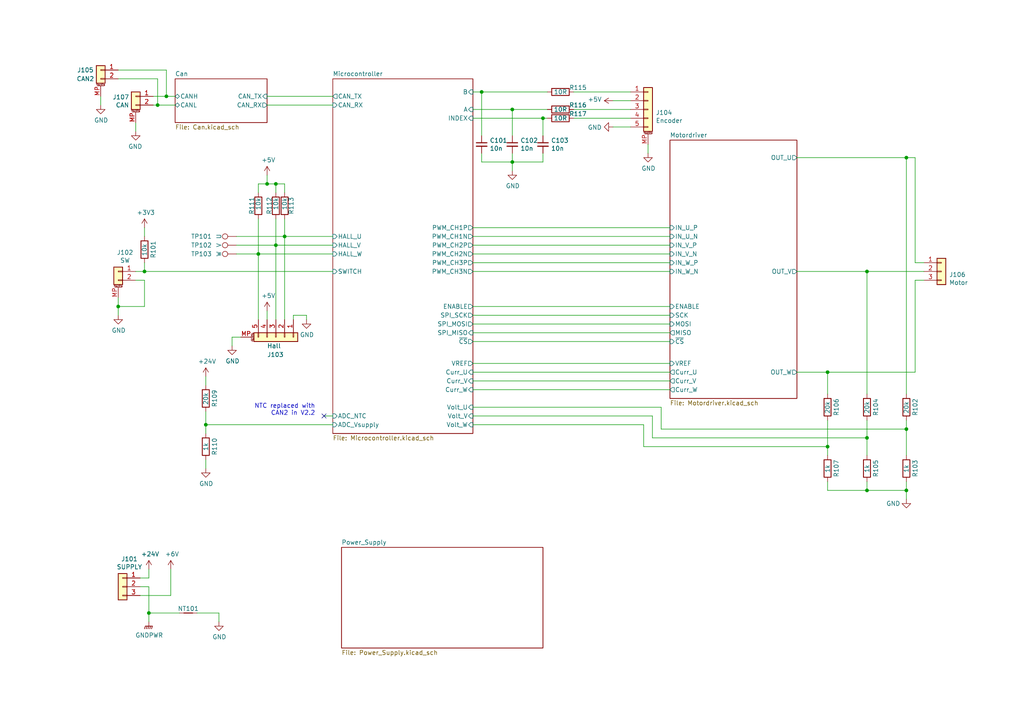
<source format=kicad_sch>
(kicad_sch (version 20230121) (generator eeschema)
  (paper "A4")
  (title_block (title "Micro-Motor V2.1") (date "2021-07-31") (rev "1") (company "Roboterclub Aachen e.V.") (comment 1 "Raphael Lehmann"))
  (lib_symbols
    (symbol "Connector:TestPoint" (pin_numbers hide) (pin_names (offset 0.762) hide)
      (property "Reference" "TP" (at 0 6.858 0))
      (property "Value" "TestPoint" (at 0 5.08 0))
      (symbol "TestPoint_0_1"
        (circle (center 0 3.302) (radius 0.762))
      )
      (symbol "TestPoint_1_1"
        (pin passive line (at 0 0 90) (length 2.54) (name "1") (number "1"))
      )
    )
    (symbol "Connector_Generic:Conn_01x03" (pin_names (offset 1.016) hide)
      (property "Reference" "J" (at 0 5.08 0))
      (property "Value" "Conn_01x03" (at 0 -5.08 0))
      (symbol "Conn_01x03_1_1"
        (rectangle (start -1.27 -2.413) (end 0 -2.667) (stroke (width 0.1524)))
        (rectangle (start -1.27 0.127) (end 0 -0.127) (stroke (width 0.1524)))
        (rectangle (start -1.27 2.667) (end 0 2.413) (stroke (width 0.1524)))
        (rectangle (start -1.27 3.81) (end 1.27 -3.81) (stroke (width 0.254)) (fill (type background)))
        (pin passive line (at -5.08 2.54 0) (length 3.81) (name "Pin_1") (number "1"))
        (pin passive line (at -5.08 0 0) (length 3.81) (name "Pin_2") (number "2"))
        (pin passive line (at -5.08 -2.54 0) (length 3.81) (name "Pin_3") (number "3"))
      )
    )
    (symbol "Connector_Generic_MountingPin:Conn_01x02_MountingPin" (pin_names (offset 1.016) hide)
      (property "Reference" "J" (at 0 2.54 0))
      (property "Value" "Conn_01x02_MountingPin" (at 1.27 -5.08 0))
      (symbol "Conn_01x02_MountingPin_1_1"
        (rectangle (start -1.27 -2.413) (end 0 -2.667) (stroke (width 0.1524)))
        (rectangle (start -1.27 0.127) (end 0 -0.127) (stroke (width 0.1524)))
        (rectangle (start -1.27 1.27) (end 1.27 -3.81) (stroke (width 0.254)) (fill (type background)))
        (polyline (pts (xy -1.016 -4.572) (xy 1.016 -4.572)) (stroke (width 0.1524)))
        (text "Mounting" (at 0 -4.191 0) (effects (font (size 0.381 0.381))))
        (pin passive line (at -5.08 0 0) (length 3.81) (name "Pin_1") (number "1"))
        (pin passive line (at -5.08 -2.54 0) (length 3.81) (name "Pin_2") (number "2"))
        (pin passive line (at 0 -7.62 90) (length 3.048) (name "MountPin") (number "MP"))
      )
    )
    (symbol "Connector_Generic_MountingPin:Conn_01x05_MountingPin" (pin_names (offset 1.016) hide)
      (property "Reference" "J" (at 0 7.62 0))
      (property "Value" "Conn_01x05_MountingPin" (at 1.27 -7.62 0))
      (symbol "Conn_01x05_MountingPin_1_1"
        (rectangle (start -1.27 -4.953) (end 0 -5.207) (stroke (width 0.1524)))
        (rectangle (start -1.27 -2.413) (end 0 -2.667) (stroke (width 0.1524)))
        (rectangle (start -1.27 0.127) (end 0 -0.127) (stroke (width 0.1524)))
        (rectangle (start -1.27 2.667) (end 0 2.413) (stroke (width 0.1524)))
        (rectangle (start -1.27 5.207) (end 0 4.953) (stroke (width 0.1524)))
        (rectangle (start -1.27 6.35) (end 1.27 -6.35) (stroke (width 0.254)) (fill (type background)))
        (polyline (pts (xy -1.016 -7.112) (xy 1.016 -7.112)) (stroke (width 0.1524)))
        (text "Mounting" (at 0 -6.731 0) (effects (font (size 0.381 0.381))))
        (pin passive line (at -5.08 5.08 0) (length 3.81) (name "Pin_1") (number "1"))
        (pin passive line (at -5.08 2.54 0) (length 3.81) (name "Pin_2") (number "2"))
        (pin passive line (at -5.08 0 0) (length 3.81) (name "Pin_3") (number "3"))
        (pin passive line (at -5.08 -2.54 0) (length 3.81) (name "Pin_4") (number "4"))
        (pin passive line (at -5.08 -5.08 0) (length 3.81) (name "Pin_5") (number "5"))
        (pin passive line (at 0 -10.16 90) (length 3.048) (name "MountPin") (number "MP"))
      )
    )
    (symbol "Device:C_Small" (pin_numbers hide) (pin_names (offset 0.254) hide)
      (property "Reference" "C" (at 0.254 1.778 0))
      (property "Value" "C_Small" (at 0.254 -2.032 0))
      (symbol "C_Small_0_1"
        (polyline (pts (xy -1.524 -0.508) (xy 1.524 -0.508)) (stroke (width 0.3302)))
        (polyline (pts (xy -1.524 0.508) (xy 1.524 0.508)) (stroke (width 0.3048)))
      )
      (symbol "C_Small_1_1"
        (pin passive line (at 0 2.54 270) (length 2.032) (name "~") (number "1"))
        (pin passive line (at 0 -2.54 90) (length 2.032) (name "~") (number "2"))
      )
    )
    (symbol "Device:NetTie_2" (pin_numbers hide) (pin_names (offset 0) hide) (in_bom no)
      (property "Reference" "NT" (at 0 1.27 0))
      (property "Value" "NetTie_2" (at 0 -1.27 0))
      (symbol "NetTie_2_0_1"
        (polyline (pts (xy -1.27 0) (xy 1.27 0)) (stroke (width 0.254)))
      )
      (symbol "NetTie_2_1_1"
        (pin passive line (at -2.54 0 0) (length 2.54) (name "1") (number "1"))
        (pin passive line (at 2.54 0 180) (length 2.54) (name "2") (number "2"))
      )
    )
    (symbol "Device:R" (pin_numbers hide) (pin_names (offset 0))
      (property "Reference" "R" (at 2.032 0 90))
      (property "Value" "R" (at 0 0 90))
      (symbol "R_0_1"
        (rectangle (start -1.016 -2.54) (end 1.016 2.54) (stroke (width 0.254)))
      )
      (symbol "R_1_1"
        (pin passive line (at 0 3.81 270) (length 1.27) (name "~") (number "1"))
        (pin passive line (at 0 -3.81 90) (length 1.27) (name "~") (number "2"))
      )
    )
    (symbol "power:+24V" (power) (pin_names (offset 0))
      (property "Value" "+24V" (at 0 3.556 0))
      (symbol "+24V_0_1"
        (polyline (pts (xy -0.762 1.27) (xy 0 2.54)))
        (polyline (pts (xy 0 0) (xy 0 2.54)))
        (polyline (pts (xy 0 2.54) (xy 0.762 1.27)))
      )
      (symbol "+24V_1_1"
        (pin power_in line (at 0 0 90) (length 0) hide (name "+24V") (number "1"))
      )
    )
    (symbol "power:+3V3" (power) (pin_names (offset 0))
      (property "Value" "+3V3" (at 0 3.556 0))
      (symbol "+3V3_0_1"
        (polyline (pts (xy -0.762 1.27) (xy 0 2.54)))
        (polyline (pts (xy 0 0) (xy 0 2.54)))
        (polyline (pts (xy 0 2.54) (xy 0.762 1.27)))
      )
      (symbol "+3V3_1_1"
        (pin power_in line (at 0 0 90) (length 0) hide (name "+3V3") (number "1"))
      )
    )
    (symbol "power:+5V" (power) (pin_names (offset 0))
      (property "Value" "+5V" (at 0 3.556 0))
      (symbol "+5V_0_1"
        (polyline (pts (xy -0.762 1.27) (xy 0 2.54)))
        (polyline (pts (xy 0 0) (xy 0 2.54)))
        (polyline (pts (xy 0 2.54) (xy 0.762 1.27)))
      )
      (symbol "+5V_1_1"
        (pin power_in line (at 0 0 90) (length 0) hide (name "+5V") (number "1"))
      )
    )
    (symbol "power:+6V" (power) (pin_names (offset 0))
      (property "Value" "+6V" (at 0 3.556 0))
      (symbol "+6V_0_1"
        (polyline (pts (xy -0.762 1.27) (xy 0 2.54)))
        (polyline (pts (xy 0 0) (xy 0 2.54)))
        (polyline (pts (xy 0 2.54) (xy 0.762 1.27)))
      )
      (symbol "+6V_1_1"
        (pin power_in line (at 0 0 90) (length 0) hide (name "+6V") (number "1"))
      )
    )
    (symbol "power:GND" (power) (pin_names (offset 0))
      (property "Value" "GND" (at 0 -3.81 0))
      (symbol "GND_0_1"
        (polyline (pts (xy 0 0) (xy 0 -1.27) (xy 1.27 -1.27) (xy 0 -2.54) (xy -1.27 -1.27) (xy 0 -1.27)))
      )
      (symbol "GND_1_1"
        (pin power_in line (at 0 0 270) (length 0) hide (name "GND") (number "1"))
      )
    )
    (symbol "power:GNDPWR" (power) (pin_names (offset 0))
      (property "Value" "GNDPWR" (at 0 -3.302 0))
      (symbol "GNDPWR_0_1"
        (polyline (pts (xy 0 -1.27) (xy 0 0)))
        (polyline (pts (xy -1.016 -1.27) (xy -1.27 -2.032) (xy -1.27 -2.032)) (stroke (width 0.2032)))
        (polyline (pts (xy -0.508 -1.27) (xy -0.762 -2.032) (xy -0.762 -2.032)) (stroke (width 0.2032)))
        (polyline (pts (xy 0 -1.27) (xy -0.254 -2.032) (xy -0.254 -2.032)) (stroke (width 0.2032)))
        (polyline (pts (xy 0.508 -1.27) (xy 0.254 -2.032) (xy 0.254 -2.032)) (stroke (width 0.2032)))
        (polyline (pts (xy 1.016 -1.27) (xy -1.016 -1.27) (xy -1.016 -1.27)) (stroke (width 0.2032)))
        (polyline (pts (xy 1.016 -1.27) (xy 0.762 -2.032) (xy 0.762 -2.032) (xy 0.762 -2.032)) (stroke (width 0.2032)))
      )
      (symbol "GNDPWR_1_1"
        (pin power_in line (at 0 0 270) (length 0) hide (name "GNDPWR") (number "1"))
      )
    )
  )
  (junction (at 41.91 78.74))
  (junction (at 82.55 68.58))
  (junction (at 148.59 46.99))
  (junction (at 74.93 73.66))
  (junction (at 240.03 107.95))
  (junction (at 251.46 78.74))
  (junction (at 77.47 53.34))
  (junction (at 251.46 142.24))
  (junction (at 262.89 45.72))
  (junction (at 262.89 142.24))
  (junction (at 48.26 27.94))
  (junction (at 43.18 177.8))
  (junction (at 45.72 30.48))
  (junction (at 240.03 129.54))
  (junction (at 80.01 53.34))
  (junction (at 80.01 71.12))
  (junction (at 139.7 26.67))
  (junction (at 262.89 124.46))
  (junction (at 148.59 31.75))
  (junction (at 157.48 34.29))
  (junction (at 251.46 127))
  (junction (at 59.69 123.19))
  (junction (at 34.29 88.9))
  (no_connect (at 93.98 120.65))
  (wire (pts (xy 63.5 177.8) (xy 63.5 180.34)))
  (wire (pts (xy 80.01 71.12) (xy 80.01 63.5)))
  (wire (pts (xy 194.31 113.03) (xy 137.16 113.03)))
  (wire (pts (xy 43.18 165.1) (xy 43.18 167.64)))
  (wire (pts (xy 68.58 68.58) (xy 82.55 68.58)))
  (wire (pts (xy 148.59 46.99) (xy 148.59 49.53)))
  (wire (pts (xy 77.47 53.34) (xy 80.01 53.34)))
  (wire (pts (xy 85.09 92.71) (xy 85.09 91.44)))
  (wire (pts (xy 191.77 124.46) (xy 262.89 124.46)))
  (wire (pts (xy 41.91 76.2) (xy 41.91 78.74)))
  (wire (pts (xy 82.55 53.34) (xy 82.55 55.88)))
  (wire (pts (xy 189.23 120.65) (xy 137.16 120.65)))
  (wire (pts (xy 74.93 63.5) (xy 74.93 73.66)))
  (wire (pts (xy 194.31 96.52) (xy 137.16 96.52)))
  (wire (pts (xy 59.69 135.89) (xy 59.69 133.35)))
  (wire (pts (xy 68.58 71.12) (xy 80.01 71.12)))
  (wire (pts (xy 240.03 107.95) (xy 231.14 107.95)))
  (wire (pts (xy 251.46 139.7) (xy 251.46 142.24)))
  (wire (pts (xy 41.91 88.9) (xy 41.91 81.28)))
  (wire (pts (xy 43.18 170.18) (xy 40.64 170.18)))
  (wire (pts (xy 186.69 129.54) (xy 240.03 129.54)))
  (wire (pts (xy 137.16 99.06) (xy 194.31 99.06)))
  (wire (pts (xy 189.23 127) (xy 189.23 120.65)))
  (wire (pts (xy 148.59 39.37) (xy 148.59 31.75)))
  (wire (pts (xy 43.18 177.8) (xy 52.07 177.8)))
  (wire (pts (xy 77.47 53.34) (xy 74.93 53.34)))
  (wire (pts (xy 137.16 88.9) (xy 194.31 88.9)))
  (wire (pts (xy 77.47 92.71) (xy 77.47 90.17)))
  (wire (pts (xy 82.55 68.58) (xy 82.55 92.71)))
  (wire (pts (xy 240.03 114.3) (xy 240.03 107.95)))
  (wire (pts (xy 137.16 31.75) (xy 148.59 31.75)))
  (wire (pts (xy 194.31 107.95) (xy 137.16 107.95)))
  (wire (pts (xy 137.16 66.04) (xy 194.31 66.04)))
  (wire (pts (xy 262.89 132.08) (xy 262.89 124.46)))
  (wire (pts (xy 29.21 27.94) (xy 29.21 30.48)))
  (wire (pts (xy 48.26 20.32) (xy 48.26 27.94)))
  (wire (pts (xy 34.29 88.9) (xy 41.91 88.9)))
  (wire (pts (xy 67.31 97.79) (xy 69.85 97.79)))
  (wire (pts (xy 137.16 71.12) (xy 194.31 71.12)))
  (wire (pts (xy 80.01 53.34) (xy 82.55 53.34)))
  (wire (pts (xy 44.45 30.48) (xy 45.72 30.48)))
  (wire (pts (xy 262.89 144.78) (xy 262.89 142.24)))
  (wire (pts (xy 137.16 123.19) (xy 186.69 123.19)))
  (wire (pts (xy 67.31 100.33) (xy 67.31 97.79)))
  (wire (pts (xy 57.15 177.8) (xy 63.5 177.8)))
  (wire (pts (xy 137.16 26.67) (xy 139.7 26.67)))
  (wire (pts (xy 139.7 46.99) (xy 148.59 46.99)))
  (wire (pts (xy 40.64 172.72) (xy 49.53 172.72)))
  (wire (pts (xy 137.16 34.29) (xy 157.48 34.29)))
  (wire (pts (xy 262.89 124.46) (xy 262.89 121.92)))
  (wire (pts (xy 166.37 34.29) (xy 182.88 34.29)))
  (wire (pts (xy 96.52 30.48) (xy 77.47 30.48)))
  (wire (pts (xy 157.48 34.29) (xy 158.75 34.29)))
  (wire (pts (xy 137.16 93.98) (xy 194.31 93.98)))
  (wire (pts (xy 267.97 81.28) (xy 265.43 81.28)))
  (wire (pts (xy 187.96 44.45) (xy 187.96 41.91)))
  (wire (pts (xy 265.43 81.28) (xy 265.43 107.95)))
  (wire (pts (xy 59.69 123.19) (xy 59.69 125.73)))
  (wire (pts (xy 148.59 44.45) (xy 148.59 46.99)))
  (wire (pts (xy 251.46 132.08) (xy 251.46 127)))
  (wire (pts (xy 166.37 26.67) (xy 182.88 26.67)))
  (wire (pts (xy 265.43 76.2) (xy 265.43 45.72)))
  (wire (pts (xy 80.01 92.71) (xy 80.01 71.12)))
  (wire (pts (xy 93.98 120.65) (xy 96.52 120.65)))
  (wire (pts (xy 166.37 31.75) (xy 182.88 31.75)))
  (wire (pts (xy 137.16 110.49) (xy 194.31 110.49)))
  (wire (pts (xy 262.89 114.3) (xy 262.89 45.72)))
  (wire (pts (xy 48.26 27.94) (xy 50.8 27.94)))
  (wire (pts (xy 77.47 50.8) (xy 77.47 53.34)))
  (wire (pts (xy 74.93 73.66) (xy 74.93 92.71)))
  (wire (pts (xy 41.91 78.74) (xy 96.52 78.74)))
  (wire (pts (xy 240.03 121.92) (xy 240.03 129.54)))
  (wire (pts (xy 49.53 172.72) (xy 49.53 165.1)))
  (wire (pts (xy 59.69 119.38) (xy 59.69 123.19)))
  (wire (pts (xy 194.31 68.58) (xy 137.16 68.58)))
  (wire (pts (xy 59.69 109.22) (xy 59.69 111.76)))
  (wire (pts (xy 45.72 22.86) (xy 45.72 30.48)))
  (wire (pts (xy 177.8 29.21) (xy 182.88 29.21)))
  (wire (pts (xy 157.48 39.37) (xy 157.48 34.29)))
  (wire (pts (xy 80.01 55.88) (xy 80.01 53.34)))
  (wire (pts (xy 68.58 73.66) (xy 74.93 73.66)))
  (wire (pts (xy 39.37 78.74) (xy 41.91 78.74)))
  (wire (pts (xy 148.59 31.75) (xy 158.75 31.75)))
  (wire (pts (xy 43.18 177.8) (xy 43.18 180.34)))
  (wire (pts (xy 82.55 68.58) (xy 96.52 68.58)))
  (wire (pts (xy 41.91 81.28) (xy 39.37 81.28)))
  (wire (pts (xy 262.89 45.72) (xy 231.14 45.72)))
  (wire (pts (xy 148.59 46.99) (xy 157.48 46.99)))
  (wire (pts (xy 251.46 127) (xy 251.46 121.92)))
  (wire (pts (xy 34.29 88.9) (xy 34.29 91.44)))
  (wire (pts (xy 194.31 73.66) (xy 137.16 73.66)))
  (wire (pts (xy 34.29 86.36) (xy 34.29 88.9)))
  (wire (pts (xy 137.16 118.11) (xy 191.77 118.11)))
  (wire (pts (xy 177.8 36.83) (xy 182.88 36.83)))
  (wire (pts (xy 82.55 63.5) (xy 82.55 68.58)))
  (wire (pts (xy 191.77 118.11) (xy 191.77 124.46)))
  (wire (pts (xy 251.46 127) (xy 189.23 127)))
  (wire (pts (xy 267.97 76.2) (xy 265.43 76.2)))
  (wire (pts (xy 96.52 123.19) (xy 59.69 123.19)))
  (wire (pts (xy 41.91 66.04) (xy 41.91 68.58)))
  (wire (pts (xy 77.47 27.94) (xy 96.52 27.94)))
  (wire (pts (xy 34.29 20.32) (xy 48.26 20.32)))
  (wire (pts (xy 251.46 114.3) (xy 251.46 78.74)))
  (wire (pts (xy 44.45 27.94) (xy 48.26 27.94)))
  (wire (pts (xy 137.16 105.41) (xy 194.31 105.41)))
  (wire (pts (xy 74.93 53.34) (xy 74.93 55.88)))
  (wire (pts (xy 88.9 91.44) (xy 88.9 92.71)))
  (wire (pts (xy 240.03 142.24) (xy 251.46 142.24)))
  (wire (pts (xy 251.46 142.24) (xy 262.89 142.24)))
  (wire (pts (xy 251.46 78.74) (xy 231.14 78.74)))
  (wire (pts (xy 39.37 38.1) (xy 39.37 35.56)))
  (wire (pts (xy 34.29 22.86) (xy 45.72 22.86)))
  (wire (pts (xy 262.89 142.24) (xy 262.89 139.7)))
  (wire (pts (xy 85.09 91.44) (xy 88.9 91.44)))
  (wire (pts (xy 43.18 170.18) (xy 43.18 177.8)))
  (wire (pts (xy 265.43 45.72) (xy 262.89 45.72)))
  (wire (pts (xy 194.31 91.44) (xy 137.16 91.44)))
  (wire (pts (xy 240.03 139.7) (xy 240.03 142.24)))
  (wire (pts (xy 43.18 167.64) (xy 40.64 167.64)))
  (wire (pts (xy 137.16 76.2) (xy 194.31 76.2)))
  (wire (pts (xy 139.7 39.37) (xy 139.7 26.67)))
  (wire (pts (xy 45.72 30.48) (xy 50.8 30.48)))
  (wire (pts (xy 251.46 78.74) (xy 267.97 78.74)))
  (wire (pts (xy 157.48 46.99) (xy 157.48 44.45)))
  (wire (pts (xy 240.03 129.54) (xy 240.03 132.08)))
  (wire (pts (xy 74.93 73.66) (xy 96.52 73.66)))
  (wire (pts (xy 139.7 44.45) (xy 139.7 46.99)))
  (wire (pts (xy 80.01 71.12) (xy 96.52 71.12)))
  (wire (pts (xy 265.43 107.95) (xy 240.03 107.95)))
  (wire (pts (xy 194.31 78.74) (xy 137.16 78.74)))
  (wire (pts (xy 186.69 123.19) (xy 186.69 129.54)))
  (wire (pts (xy 139.7 26.67) (xy 158.75 26.67)))
  (text "NTC replaced with\nCAN2 in V2.2" (at 91.44 120.65 0) (effects (font (size 1.27 1.27)) (justify right bottom)))
  (symbol (lib_id "power:GNDPWR") (at 43.18 180.34 0) (unit 1)
    (property "Reference" "#PWR0102" (effects hide))
    (property "Value" "GNDPWR" (at 43.2816 184.2516 0))
  )
  (symbol (lib_id "power:GND") (at 63.5 180.34 0) (unit 1)
    (property "Reference" "#PWR0120" (effects hide))
    (property "Value" "GND" (at 63.627 184.7342 0))
  )
  (symbol (lib_id "power:GND") (at 29.21 30.48 0) (unit 1)
    (property "Reference" "#PWR0114" (effects hide))
    (property "Value" "GND" (at 29.337 34.8742 0))
  )
  (symbol (lib_id "Device:R") (at 59.69 115.57 0) (unit 1)
    (property "Reference" "R109" (at 62.23 118.11 90) (effects (justify left)))
    (property "Value" "20k" (at 59.69 117.475 90) (effects (justify left)))
    (property "Footprint" "Resistor_SMD:R_0402_1005Metric" (effects hide))
  )
  (symbol (lib_id "Device:R") (at 59.69 129.54 0) (unit 1)
    (property "Reference" "R110" (at 62.23 132.08 90) (effects (justify left)))
    (property "Value" "1k" (at 59.69 130.81 90) (effects (justify left)))
    (property "Footprint" "Resistor_SMD:R_0402_1005Metric" (effects hide))
  )
  (symbol (lib_id "power:GND") (at 59.69 135.89 0) (unit 1)
    (property "Reference" "#PWR0116" (effects hide))
    (property "Value" "GND" (at 59.817 140.2842 0))
  )
  (symbol (lib_id "power:+24V") (at 59.69 109.22 0) (unit 1)
    (property "Reference" "#PWR0117" (effects hide))
    (property "Value" "+24V" (at 60.071 104.8258 0))
  )
  (symbol (lib_id "Connector_Generic_MountingPin:Conn_01x02_MountingPin") (at 29.21 20.32 0) (mirror y) (unit 1)
    (property "Reference" "J105" (at 24.765 20.32 0))
    (property "Value" "CAN2" (at 24.765 22.86 0))
    (property "Footprint" "Connector_JST:JST_GH_BM02B-GHS-TBT_1x02-1MP_P1.25mm_Vertical" (effects hide))
  )
  (symbol (lib_id "Connector_Generic:Conn_01x03") (at 273.05 78.74 0) (unit 1)
    (property "Reference" "J106" (at 275.2852 79.6544 0) (effects (justify left)))
    (property "Value" "Motor" (at 275.2852 81.9658 0) (effects (justify left)))
    (property "Footprint" "Connector_JST:JST_XH_B3B-XH-A_1x03_P2.50mm_Vertical" (effects hide))
  )
  (symbol (lib_id "Device:R") (at 262.89 118.11 0) (unit 1)
    (property "Reference" "R102" (at 265.43 120.65 90) (effects (justify left)))
    (property "Value" "20k" (at 262.89 120.015 90) (effects (justify left)))
    (property "Footprint" "Resistor_SMD:R_0402_1005Metric" (effects hide))
  )
  (symbol (lib_id "Device:R") (at 262.89 135.89 0) (unit 1)
    (property "Reference" "R103" (at 265.43 138.43 90) (effects (justify left)))
    (property "Value" "1k" (at 262.89 137.16 90) (effects (justify left)))
    (property "Footprint" "Resistor_SMD:R_0402_1005Metric" (effects hide))
  )
  (symbol (lib_id "Device:R") (at 251.46 118.11 0) (unit 1)
    (property "Reference" "R104" (at 254 120.65 90) (effects (justify left)))
    (property "Value" "20k" (at 251.46 120.015 90) (effects (justify left)))
    (property "Footprint" "Resistor_SMD:R_0402_1005Metric" (effects hide))
  )
  (symbol (lib_id "Device:R") (at 240.03 118.11 0) (unit 1)
    (property "Reference" "R106" (at 242.57 120.65 90) (effects (justify left)))
    (property "Value" "20k" (at 240.03 120.015 90) (effects (justify left)))
    (property "Footprint" "Resistor_SMD:R_0402_1005Metric" (effects hide))
  )
  (symbol (lib_id "Device:R") (at 251.46 135.89 0) (unit 1)
    (property "Reference" "R105" (at 254 138.43 90) (effects (justify left)))
    (property "Value" "1k" (at 251.46 137.16 90) (effects (justify left)))
    (property "Footprint" "Resistor_SMD:R_0402_1005Metric" (effects hide))
  )
  (symbol (lib_id "Device:R") (at 240.03 135.89 0) (unit 1)
    (property "Reference" "R107" (at 242.57 138.43 90) (effects (justify left)))
    (property "Value" "1k" (at 240.03 137.16 90) (effects (justify left)))
    (property "Footprint" "Resistor_SMD:R_0402_1005Metric" (effects hide))
  )
  (symbol (lib_id "power:GND") (at 262.89 144.78 0) (unit 1)
    (property "Reference" "#PWR0112" (effects hide))
    (property "Value" "GND" (at 259.08 146.05 0))
  )
  (symbol (lib_id "Connector_Generic_MountingPin:Conn_01x02_MountingPin") (at 34.29 78.74 0) (mirror y) (unit 1)
    (property "Reference" "J102" (at 36.2712 73.2282 0))
    (property "Value" "SW" (at 36.2712 75.5396 0))
    (property "Footprint" "Connector_JST:JST_GH_BM02B-GHS-TBT_1x02-1MP_P1.25mm_Vertical" (effects hide))
  )
  (symbol (lib_id "Device:R") (at 41.91 72.39 180) (unit 1)
    (property "Reference" "R101" (at 44.45 74.93 90) (effects (justify right)))
    (property "Value" "10k" (at 41.91 74.295 90) (effects (justify right)))
    (property "Footprint" "Resistor_SMD:R_0402_1005Metric" (effects hide))
  )
  (symbol (lib_id "power:+3V3") (at 41.91 66.04 0) (unit 1)
    (property "Reference" "#PWR0105" (effects hide))
    (property "Value" "+3V3" (at 42.291 61.6458 0))
  )
  (symbol (lib_id "power:GND") (at 34.29 91.44 0) (unit 1)
    (property "Reference" "#PWR0103" (effects hide))
    (property "Value" "GND" (at 34.417 95.8342 0))
  )
  (symbol (lib_id "Device:R") (at 74.93 59.69 0) (unit 1)
    (property "Reference" "R111" (at 73.025 62.23 90) (effects (justify left)))
    (property "Value" "10k" (at 74.93 60.96 90) (effects (justify left)))
    (property "Footprint" "Resistor_SMD:R_0402_1005Metric" (effects hide))
  )
  (symbol (lib_id "Device:R") (at 80.01 59.69 0) (unit 1)
    (property "Reference" "R112" (at 78.105 62.23 90) (effects (justify left)))
    (property "Value" "10k" (at 80.01 60.96 90) (effects (justify left)))
    (property "Footprint" "Resistor_SMD:R_0402_1005Metric" (effects hide))
  )
  (symbol (lib_id "Device:R") (at 82.55 59.69 0) (unit 1)
    (property "Reference" "R113" (at 84.455 62.23 90) (effects (justify left)))
    (property "Value" "10k" (at 82.55 60.96 90) (effects (justify left)))
    (property "Footprint" "Resistor_SMD:R_0402_1005Metric" (effects hide))
  )
  (symbol (lib_id "power:+5V") (at 77.47 50.8 0) (unit 1)
    (property "Reference" "#PWR0119" (effects hide))
    (property "Value" "+5V" (at 77.851 46.4058 0))
  )
  (symbol (lib_id "Connector:TestPoint") (at 68.58 68.58 90) (unit 1)
    (property "Reference" "TP101" (at 58.42 68.58 90))
    (property "Value" "U" (at 63.5 68.58 0))
    (property "Footprint" "TestPoint:TestPoint_Pad_D1.0mm" (effects hide))
  )
  (symbol (lib_id "Connector:TestPoint") (at 68.58 71.12 90) (unit 1)
    (property "Reference" "TP102" (at 58.42 71.12 90))
    (property "Value" "V" (at 63.5 71.12 0))
    (property "Footprint" "TestPoint:TestPoint_Pad_D1.0mm" (effects hide))
  )
  (symbol (lib_id "Connector:TestPoint") (at 68.58 73.66 90) (unit 1)
    (property "Reference" "TP103" (at 58.42 73.66 90))
    (property "Value" "W" (at 63.5 73.66 0))
    (property "Footprint" "TestPoint:TestPoint_Pad_D1.0mm" (effects hide))
  )
  (symbol (lib_id "Connector_Generic_MountingPin:Conn_01x05_MountingPin") (at 80.01 97.79 270) (unit 1)
    (property "Reference" "J103" (at 77.47 102.87 90) (effects (justify left)))
    (property "Value" "Hall" (at 77.47 100.33 90) (effects (justify left)))
    (property "Footprint" "Connector_JST:JST_GH_BM05B-GHS-TBT_1x05-1MP_P1.25mm_Vertical" (effects hide))
  )
  (symbol (lib_id "power:GND") (at 88.9 92.71 0) (unit 1)
    (property "Reference" "#PWR0108" (effects hide))
    (property "Value" "GND" (at 89.027 97.1042 0))
  )
  (symbol (lib_id "power:+5V") (at 77.47 90.17 0) (unit 1)
    (property "Reference" "#PWR0107" (effects hide))
    (property "Value" "+5V" (at 77.851 85.7758 0))
  )
  (symbol (lib_id "Connector_Generic_MountingPin:Conn_01x05_MountingPin") (at 187.96 31.75 0) (unit 1)
    (property "Reference" "J104" (at 190.1952 32.6644 0) (effects (justify left)))
    (property "Value" "Encoder" (at 190.1952 34.9758 0) (effects (justify left)))
    (property "Footprint" "Connector_JST:JST_GH_BM05B-GHS-TBT_1x05-1MP_P1.25mm_Vertical" (effects hide))
  )
  (symbol (lib_id "power:GND") (at 177.8 36.83 270) (unit 1)
    (property "Reference" "#PWR0110" (effects hide))
    (property "Value" "GND" (at 174.5488 36.957 90) (effects (justify right)))
  )
  (symbol (lib_id "power:+5V") (at 177.8 29.21 90) (unit 1)
    (property "Reference" "#PWR0109" (effects hide))
    (property "Value" "+5V" (at 174.5488 28.829 90) (effects (justify left)))
  )
  (symbol (lib_id "Connector_Generic:Conn_01x03") (at 35.56 170.18 0) (mirror y) (unit 1)
    (property "Reference" "J101" (at 37.5412 162.1282 0))
    (property "Value" "SUPPLY" (at 37.5412 164.4396 0))
    (property "Footprint" "Connector_JST:JST_XH_B3B-XH-A_1x03_P2.50mm_Vertical" (effects hide))
  )
  (symbol (lib_id "power:+24V") (at 43.18 165.1 0) (unit 1)
    (property "Reference" "#PWR0101" (effects hide))
    (property "Value" "+24V" (at 43.561 160.7058 0))
  )
  (symbol (lib_id "power:+6V") (at 49.53 165.1 0) (unit 1)
    (property "Reference" "#PWR0104" (effects hide))
    (property "Value" "+6V" (at 49.911 160.7058 0))
  )
  (symbol (lib_id "power:GND") (at 67.31 100.33 0) (unit 1)
    (property "Reference" "#PWR0106" (effects hide))
    (property "Value" "GND" (at 67.437 104.7242 0))
  )
  (symbol (lib_id "power:GND") (at 187.96 44.45 0) (unit 1)
    (property "Reference" "#PWR0111" (effects hide))
    (property "Value" "GND" (at 188.087 48.8442 0))
  )
  (symbol (lib_id "Device:R") (at 162.56 26.67 270) (unit 1)
    (property "Reference" "R115" (at 167.64 25.4 90))
    (property "Value" "10R" (at 162.56 26.67 90))
    (property "Footprint" "Resistor_SMD:R_0402_1005Metric" (effects hide))
  )
  (symbol (lib_id "Device:R") (at 162.56 31.75 270) (unit 1)
    (property "Reference" "R116" (at 167.64 30.48 90))
    (property "Value" "10R" (at 162.56 31.75 90))
    (property "Footprint" "Resistor_SMD:R_0402_1005Metric" (effects hide))
  )
  (symbol (lib_id "Device:R") (at 162.56 34.29 270) (unit 1)
    (property "Reference" "R117" (at 167.64 33.02 90))
    (property "Value" "10R" (at 162.56 34.29 90))
    (property "Footprint" "Resistor_SMD:R_0402_1005Metric" (effects hide))
  )
  (symbol (lib_id "Device:C_Small") (at 157.48 41.91 0) (unit 1)
    (property "Reference" "C103" (at 159.8168 40.7416 0) (effects (justify left)))
    (property "Value" "10n" (at 159.8168 43.053 0) (effects (justify left)))
    (property "Footprint" "Capacitor_SMD:C_0402_1005Metric" (effects hide))
  )
  (symbol (lib_id "Device:C_Small") (at 148.59 41.91 0) (unit 1)
    (property "Reference" "C102" (at 150.9268 40.7416 0) (effects (justify left)))
    (property "Value" "10n" (at 150.9268 43.053 0) (effects (justify left)))
    (property "Footprint" "Capacitor_SMD:C_0402_1005Metric" (effects hide))
  )
  (symbol (lib_id "Device:C_Small") (at 139.7 41.91 0) (unit 1)
    (property "Reference" "C101" (at 142.0368 40.7416 0) (effects (justify left)))
    (property "Value" "10n" (at 142.0368 43.053 0) (effects (justify left)))
    (property "Footprint" "Capacitor_SMD:C_0402_1005Metric" (effects hide))
  )
  (symbol (lib_id "power:GND") (at 148.59 49.53 0) (unit 1)
    (property "Reference" "#PWR0118" (effects hide))
    (property "Value" "GND" (at 148.717 53.9242 0))
  )
  (symbol (lib_id "power:GND") (at 39.37 38.1 0) (mirror y) (unit 1)
    (property "Reference" "#PWR0113" (effects hide))
    (property "Value" "GND" (at 39.243 42.4942 0))
  )
  (symbol (lib_id "Connector_Generic_MountingPin:Conn_01x02_MountingPin") (at 39.37 27.94 0) (mirror y) (unit 1)
    (property "Reference" "J107" (at 37.465 28.1686 0) (effects (justify left)))
    (property "Value" "CAN" (at 37.465 30.48 0) (effects (justify left)))
    (property "Footprint" "Connector_JST:JST_GH_BM02B-GHS-TBT_1x02-1MP_P1.25mm_Vertical" (effects hide))
  )
  (symbol (lib_id "Device:NetTie_2") (at 54.61 177.8 0) (unit 1) (in_bom no)
    (property "Reference" "NT101" (at 54.61 176.53 0))
    (property "Value" "NetTie_2" (effects hide))
    (property "Footprint" "NetTie:NetTie-2_SMD_Pad0.5mm" (effects hide))
  )
  (sheet (at 96.52 22.86) (size 40.64 102.87)
    (property "Sheetname" "Microcontroller" (at 96.52 22.1484 0) (effects (justify left bottom)))
    (property "Sheetfile" "Microcontroller.kicad_sch" (at 96.52 126.3146 0) (effects (justify left top)))
    (pin "HALL_U" input (at 96.52 68.58 180))
    (pin "HALL_V" input (at 96.52 71.12 180))
    (pin "HALL_W" input (at 96.52 73.66 180))
    (pin "PWM_CH3P" output (at 137.16 76.2 0))
    (pin "PWM_CH2P" output (at 137.16 71.12 0))
    (pin "PWM_CH1P" output (at 137.16 66.04 0))
    (pin "PWM_CH3N" output (at 137.16 78.74 0))
    (pin "PWM_CH2N" output (at 137.16 73.66 0))
    (pin "PWM_CH1N" output (at 137.16 68.58 0))
    (pin "A" input (at 137.16 31.75 0))
    (pin "B" input (at 137.16 26.67 0))
    (pin "INDEX" input (at 137.16 34.29 0))
    (pin "Curr_U" input (at 137.16 107.95 0))
    (pin "Curr_V" input (at 137.16 110.49 0))
    (pin "Curr_W" input (at 137.16 113.03 0))
    (pin "Volt_U" input (at 137.16 118.11 0))
    (pin "Volt_V" input (at 137.16 120.65 0))
    (pin "Volt_W" input (at 137.16 123.19 0))
    (pin "SPI_MOSI" output (at 137.16 93.98 0))
    (pin "SPI_MISO" input (at 137.16 96.52 0))
    (pin "SPI_SCK" output (at 137.16 91.44 0))
    (pin "SWITCH" input (at 96.52 78.74 180))
    (pin "~{CS}" output (at 137.16 99.06 0))
    (pin "ENABLE" output (at 137.16 88.9 0))
    (pin "VREF" output (at 137.16 105.41 0))
    (pin "ADC_NTC" input (at 96.52 120.65 180))
    (pin "ADC_Vsupply" input (at 96.52 123.19 180))
    (pin "CAN_TX" output (at 96.52 27.94 180))
    (pin "CAN_RX" input (at 96.52 30.48 180))
  )
  (sheet (at 50.8 22.86) (size 26.67 12.7)
    (property "Sheetname" "Can" (at 50.8 22.1484 0) (effects (justify left bottom)))
    (property "Sheetfile" "Can.kicad_sch" (at 50.8 36.1446 0) (effects (justify left top)))
    (pin "CAN_TX" input (at 77.47 27.94 0))
    (pin "CAN_RX" output (at 77.47 30.48 0))
    (pin "CANL" bidirectional (at 50.8 30.48 180))
    (pin "CANH" bidirectional (at 50.8 27.94 180))
  )
  (sheet (at 194.31 40.64) (size 36.83 74.93)
    (property "Sheetname" "Motordriver" (at 194.31 39.9284 0) (effects (justify left bottom)))
    (property "Sheetfile" "Motordriver.kicad_sch" (at 194.31 116.1546 0) (effects (justify left top)))
    (pin "IN_U_P" input (at 194.31 66.04 180))
    (pin "IN_U_N" input (at 194.31 68.58 180))
    (pin "IN_V_P" input (at 194.31 71.12 180))
    (pin "IN_V_N" input (at 194.31 73.66 180))
    (pin "IN_W_P" input (at 194.31 76.2 180))
    (pin "IN_W_N" input (at 194.31 78.74 180))
    (pin "ENABLE" input (at 194.31 88.9 180))
    (pin "MOSI" input (at 194.31 93.98 180))
    (pin "MISO" output (at 194.31 96.52 180))
    (pin "SCK" input (at 194.31 91.44 180))
    (pin "~{CS}" input (at 194.31 99.06 180))
    (pin "OUT_U" output (at 231.14 45.72 0))
    (pin "OUT_W" output (at 231.14 107.95 0))
    (pin "OUT_V" output (at 231.14 78.74 0))
    (pin "Curr_V" output (at 194.31 110.49 180))
    (pin "Curr_U" output (at 194.31 107.95 180))
    (pin "Curr_W" output (at 194.31 113.03 180))
    (pin "VREF" input (at 194.31 105.41 180))
  )
  (sheet (at 99.06 158.75) (size 58.42 29.21)
    (property "Sheetname" "Power_Supply" (at 99.06 158.0384 0) (effects (justify left bottom)))
    (property "Sheetfile" "Power_Supply.kicad_sch" (at 99.06 188.5446 0) (effects (justify left top)))
  )
)
</source>
